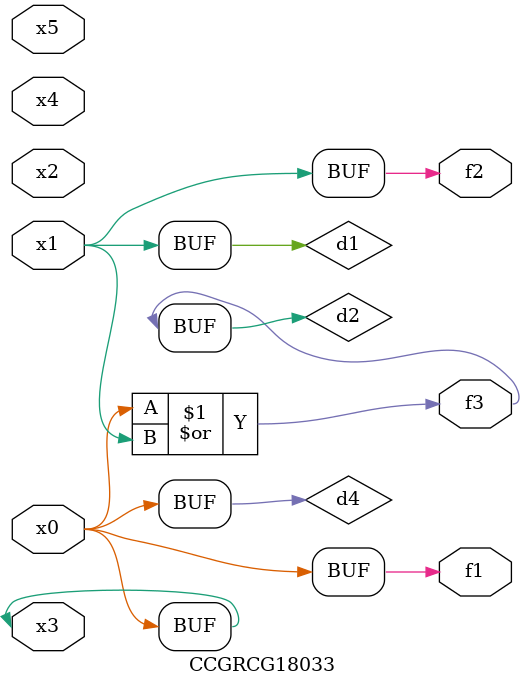
<source format=v>
module CCGRCG18033(
	input x0, x1, x2, x3, x4, x5,
	output f1, f2, f3
);

	wire d1, d2, d3, d4;

	and (d1, x1);
	or (d2, x0, x1);
	nand (d3, x0, x5);
	buf (d4, x0, x3);
	assign f1 = d4;
	assign f2 = d1;
	assign f3 = d2;
endmodule

</source>
